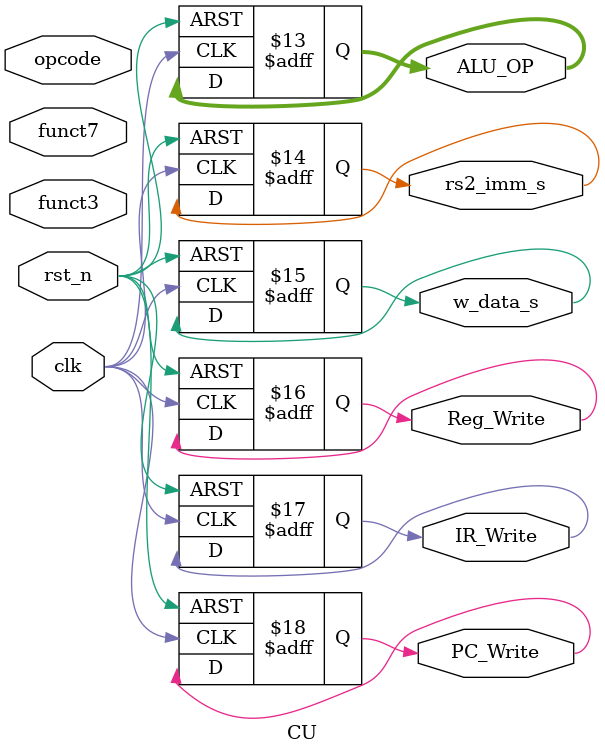
<source format=v>
module CU(
    input [6:0] opcode,
    input [2:0] funct3,
    input [6:0] funct7,
    input rst_n,
    input clk,
    output reg [3:0] ALU_OP,
    output reg rs2_imm_s,
    output reg w_data_s,
    output reg Reg_Write,
    output reg IR_Write,
    output reg PC_Write
);

reg Idle; // 空闲
reg [3:0] ST; // 当前状态

// 有限状态
parameter S1 = 4'b0001;
parameter S2 = 4'b0010;
parameter S3 = 4'b0011;
parameter S4 = 4'b0100;
parameter S5 = 4'b0101;
parameter S6 = 4'b0110;

reg [3:0] Next_ST; //次态


always @(negedge rst_n or posedge clk)
begin 
    if (!rst_n) begin
        ST <= Idle;
    end
    else begin
        ST <= Next_ST;
    end
end

always @(*)
begin
    Next_ST = Idle;
    case (ST) 
        S1: begin
            case (funct7)
                7'b0010011: begin
                    Next_ST <= S2;
                end
                7'b0110011: begin
                    Next_ST <= S2;
                end
                7'b0110111: begin
                    Next_ST <= S6;
                end
                default:
                    Next_ST <= Idle;
            endcase
        end
        S2: begin

        end
        S3: begin

        end
        S4: begin

        end
        S5: begin

        end
        S6: begin

        end
        default begin

        end 
    endcase
end

always @(negedge rst_n or posedge clk)
begin
    if (!rst_n) begin
        PC_Write <= 1'b0;
        IR_Write <= 1'b0;
        Reg_Write <= 1'b0;
        w_data_s <= 1'b0;
        rs2_imm_s <= 1'b0;
        ALU_OP <= 4'b0;
    end else begin
        case (Next_ST)
            S1:begin
            
            end
            S2:begin
            
            end
            S3:begin
            
            end
            S4:begin
            
            end
            S5:begin
            
            end
            S6:begin
            
            end
        endcase
    end
end
endmodule
</source>
